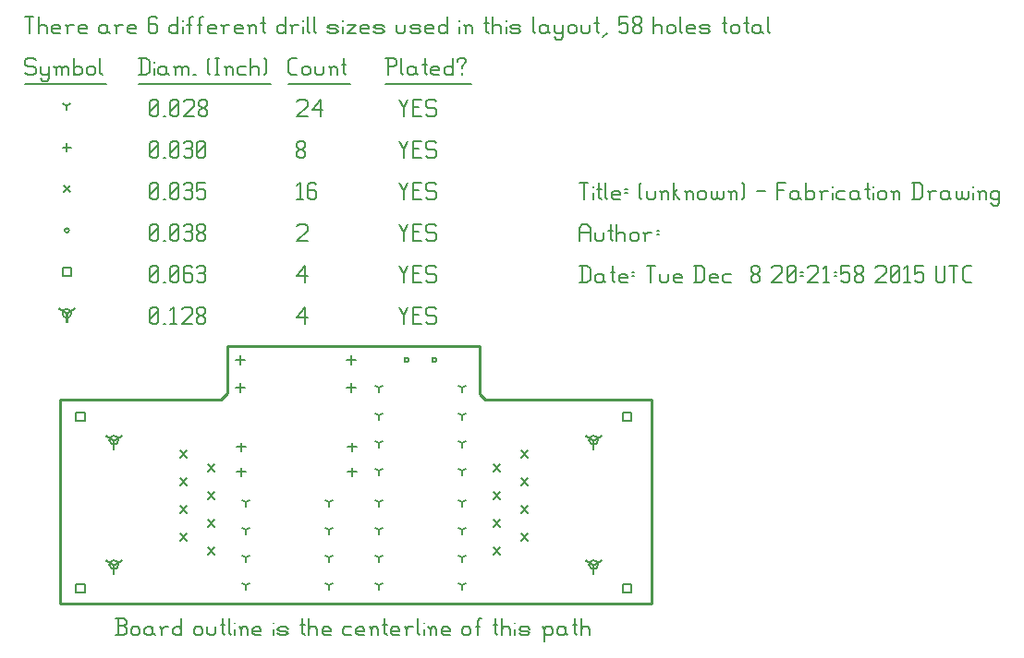
<source format=gbr>
G04 start of page 12 for group -3984 idx -3984 *
G04 Title: (unknown), fab *
G04 Creator: pcb 1.99z *
G04 CreationDate: Tue Dec  8 20:21:58 2015 UTC *
G04 For: commonadmin *
G04 Format: Gerber/RS-274X *
G04 PCB-Dimensions (mil): 2380.00 955.00 *
G04 PCB-Coordinate-Origin: lower left *
%MOIN*%
%FSLAX25Y25*%
%LNFAB*%
%ADD70C,0.0100*%
%ADD69C,0.0075*%
%ADD68C,0.0060*%
%ADD67C,0.0001*%
%ADD66R,0.0080X0.0080*%
G54D66*X31992Y60965D02*Y57765D01*
G54D67*G36*
X31446Y61111D02*X34912Y63111D01*
X35312Y62418D01*
X31846Y60418D01*
X31446Y61111D01*
G37*
G36*
X32139Y60418D02*X28672Y62418D01*
X29072Y63111D01*
X32538Y61111D01*
X32139Y60418D01*
G37*
G54D66*X30392Y60965D02*G75*G03X33592Y60965I1600J0D01*G01*
G75*G03X30392Y60965I-1600J0D01*G01*
X31992Y15965D02*Y12765D01*
G54D67*G36*
X31446Y16111D02*X34912Y18111D01*
X35312Y17418D01*
X31846Y15418D01*
X31446Y16111D01*
G37*
G36*
X32139Y15418D02*X28672Y17418D01*
X29072Y18111D01*
X32538Y16111D01*
X32139Y15418D01*
G37*
G54D66*X30392Y15965D02*G75*G03X33592Y15965I1600J0D01*G01*
G75*G03X30392Y15965I-1600J0D01*G01*
X204992Y60965D02*Y57765D01*
G54D67*G36*
X204446Y61111D02*X207912Y63111D01*
X208312Y62418D01*
X204846Y60418D01*
X204446Y61111D01*
G37*
G36*
X205139Y60418D02*X201672Y62418D01*
X202072Y63111D01*
X205538Y61111D01*
X205139Y60418D01*
G37*
G54D66*X203392Y60965D02*G75*G03X206592Y60965I1600J0D01*G01*
G75*G03X203392Y60965I-1600J0D01*G01*
X204992Y15965D02*Y12765D01*
G54D67*G36*
X204446Y16111D02*X207912Y18111D01*
X208312Y17418D01*
X204846Y15418D01*
X204446Y16111D01*
G37*
G36*
X205139Y15418D02*X201672Y17418D01*
X202072Y18111D01*
X205538Y16111D01*
X205139Y15418D01*
G37*
G54D66*X203392Y15965D02*G75*G03X206592Y15965I1600J0D01*G01*
G75*G03X203392Y15965I-1600J0D01*G01*
X15000Y106750D02*Y103550D01*
G54D67*G36*
X14454Y106897D02*X17920Y108896D01*
X18320Y108203D01*
X14853Y106204D01*
X14454Y106897D01*
G37*
G36*
X15147Y106204D02*X11680Y108203D01*
X12080Y108896D01*
X15546Y106897D01*
X15147Y106204D01*
G37*
G54D66*X13400Y106750D02*G75*G03X16600Y106750I1600J0D01*G01*
G75*G03X13400Y106750I-1600J0D01*G01*
G54D68*X135000Y109000D02*X136500Y106000D01*
X138000Y109000D01*
X136500Y106000D02*Y103000D01*
X139800Y106300D02*X142050D01*
X139800Y103000D02*X142800D01*
X139800Y109000D02*Y103000D01*
Y109000D02*X142800D01*
X147600D02*X148350Y108250D01*
X145350Y109000D02*X147600D01*
X144600Y108250D02*X145350Y109000D01*
X144600Y108250D02*Y106750D01*
X145350Y106000D01*
X147600D01*
X148350Y105250D01*
Y103750D01*
X147600Y103000D02*X148350Y103750D01*
X145350Y103000D02*X147600D01*
X144600Y103750D02*X145350Y103000D01*
X98000Y105250D02*X101000Y109000D01*
X98000Y105250D02*X101750D01*
X101000Y109000D02*Y103000D01*
X45000Y103750D02*X45750Y103000D01*
X45000Y108250D02*Y103750D01*
Y108250D02*X45750Y109000D01*
X47250D01*
X48000Y108250D01*
Y103750D01*
X47250Y103000D02*X48000Y103750D01*
X45750Y103000D02*X47250D01*
X45000Y104500D02*X48000Y107500D01*
X49800Y103000D02*X50550D01*
X52350Y107800D02*X53550Y109000D01*
Y103000D01*
X52350D02*X54600D01*
X56400Y108250D02*X57150Y109000D01*
X59400D01*
X60150Y108250D01*
Y106750D01*
X56400Y103000D02*X60150Y106750D01*
X56400Y103000D02*X60150D01*
X61950Y103750D02*X62700Y103000D01*
X61950Y104950D02*Y103750D01*
Y104950D02*X63000Y106000D01*
X63900D01*
X64950Y104950D01*
Y103750D01*
X64200Y103000D02*X64950Y103750D01*
X62700Y103000D02*X64200D01*
X61950Y107050D02*X63000Y106000D01*
X61950Y108250D02*Y107050D01*
Y108250D02*X62700Y109000D01*
X64200D01*
X64950Y108250D01*
Y107050D01*
X63900Y106000D02*X64950Y107050D01*
X18384Y71108D02*X21584D01*
X18384D02*Y67908D01*
X21584D01*
Y71108D02*Y67908D01*
X18384Y9100D02*X21584D01*
X18384D02*Y5900D01*
X21584D01*
Y9100D02*Y5900D01*
X215400Y71108D02*X218600D01*
X215400D02*Y67908D01*
X218600D01*
Y71108D02*Y67908D01*
X215400Y9100D02*X218600D01*
X215400D02*Y5900D01*
X218600D01*
Y9100D02*Y5900D01*
X13400Y123350D02*X16600D01*
X13400D02*Y120150D01*
X16600D01*
Y123350D02*Y120150D01*
X135000Y124000D02*X136500Y121000D01*
X138000Y124000D01*
X136500Y121000D02*Y118000D01*
X139800Y121300D02*X142050D01*
X139800Y118000D02*X142800D01*
X139800Y124000D02*Y118000D01*
Y124000D02*X142800D01*
X147600D02*X148350Y123250D01*
X145350Y124000D02*X147600D01*
X144600Y123250D02*X145350Y124000D01*
X144600Y123250D02*Y121750D01*
X145350Y121000D01*
X147600D01*
X148350Y120250D01*
Y118750D01*
X147600Y118000D02*X148350Y118750D01*
X145350Y118000D02*X147600D01*
X144600Y118750D02*X145350Y118000D01*
X98000Y120250D02*X101000Y124000D01*
X98000Y120250D02*X101750D01*
X101000Y124000D02*Y118000D01*
X45000Y118750D02*X45750Y118000D01*
X45000Y123250D02*Y118750D01*
Y123250D02*X45750Y124000D01*
X47250D01*
X48000Y123250D01*
Y118750D01*
X47250Y118000D02*X48000Y118750D01*
X45750Y118000D02*X47250D01*
X45000Y119500D02*X48000Y122500D01*
X49800Y118000D02*X50550D01*
X52350Y118750D02*X53100Y118000D01*
X52350Y123250D02*Y118750D01*
Y123250D02*X53100Y124000D01*
X54600D01*
X55350Y123250D01*
Y118750D01*
X54600Y118000D02*X55350Y118750D01*
X53100Y118000D02*X54600D01*
X52350Y119500D02*X55350Y122500D01*
X59400Y124000D02*X60150Y123250D01*
X57900Y124000D02*X59400D01*
X57150Y123250D02*X57900Y124000D01*
X57150Y123250D02*Y118750D01*
X57900Y118000D01*
X59400Y121300D02*X60150Y120550D01*
X57150Y121300D02*X59400D01*
X57900Y118000D02*X59400D01*
X60150Y118750D01*
Y120550D02*Y118750D01*
X61950Y123250D02*X62700Y124000D01*
X64200D01*
X64950Y123250D01*
X64200Y118000D02*X64950Y118750D01*
X62700Y118000D02*X64200D01*
X61950Y118750D02*X62700Y118000D01*
Y121300D02*X64200D01*
X64950Y123250D02*Y122050D01*
Y120550D02*Y118750D01*
Y120550D02*X64200Y121300D01*
X64950Y122050D02*X64200Y121300D01*
X146692Y89965D02*G75*G03X148292Y89965I800J0D01*G01*
G75*G03X146692Y89965I-800J0D01*G01*
X136692D02*G75*G03X138292Y89965I800J0D01*G01*
G75*G03X136692Y89965I-800J0D01*G01*
X14200Y136750D02*G75*G03X15800Y136750I800J0D01*G01*
G75*G03X14200Y136750I-800J0D01*G01*
X135000Y139000D02*X136500Y136000D01*
X138000Y139000D01*
X136500Y136000D02*Y133000D01*
X139800Y136300D02*X142050D01*
X139800Y133000D02*X142800D01*
X139800Y139000D02*Y133000D01*
Y139000D02*X142800D01*
X147600D02*X148350Y138250D01*
X145350Y139000D02*X147600D01*
X144600Y138250D02*X145350Y139000D01*
X144600Y138250D02*Y136750D01*
X145350Y136000D01*
X147600D01*
X148350Y135250D01*
Y133750D01*
X147600Y133000D02*X148350Y133750D01*
X145350Y133000D02*X147600D01*
X144600Y133750D02*X145350Y133000D01*
X98000Y138250D02*X98750Y139000D01*
X101000D01*
X101750Y138250D01*
Y136750D01*
X98000Y133000D02*X101750Y136750D01*
X98000Y133000D02*X101750D01*
X45000Y133750D02*X45750Y133000D01*
X45000Y138250D02*Y133750D01*
Y138250D02*X45750Y139000D01*
X47250D01*
X48000Y138250D01*
Y133750D01*
X47250Y133000D02*X48000Y133750D01*
X45750Y133000D02*X47250D01*
X45000Y134500D02*X48000Y137500D01*
X49800Y133000D02*X50550D01*
X52350Y133750D02*X53100Y133000D01*
X52350Y138250D02*Y133750D01*
Y138250D02*X53100Y139000D01*
X54600D01*
X55350Y138250D01*
Y133750D01*
X54600Y133000D02*X55350Y133750D01*
X53100Y133000D02*X54600D01*
X52350Y134500D02*X55350Y137500D01*
X57150Y138250D02*X57900Y139000D01*
X59400D01*
X60150Y138250D01*
X59400Y133000D02*X60150Y133750D01*
X57900Y133000D02*X59400D01*
X57150Y133750D02*X57900Y133000D01*
Y136300D02*X59400D01*
X60150Y138250D02*Y137050D01*
Y135550D02*Y133750D01*
Y135550D02*X59400Y136300D01*
X60150Y137050D02*X59400Y136300D01*
X61950Y133750D02*X62700Y133000D01*
X61950Y134950D02*Y133750D01*
Y134950D02*X63000Y136000D01*
X63900D01*
X64950Y134950D01*
Y133750D01*
X64200Y133000D02*X64950Y133750D01*
X62700Y133000D02*X64200D01*
X61950Y137050D02*X63000Y136000D01*
X61950Y138250D02*Y137050D01*
Y138250D02*X62700Y139000D01*
X64200D01*
X64950Y138250D01*
Y137050D01*
X63900Y136000D02*X64950Y137050D01*
X65792Y52165D02*X68192Y49765D01*
X65792D02*X68192Y52165D01*
X65792Y42165D02*X68192Y39765D01*
X65792D02*X68192Y42165D01*
X65792Y32165D02*X68192Y29765D01*
X65792D02*X68192Y32165D01*
X65792Y22165D02*X68192Y19765D01*
X65792D02*X68192Y22165D01*
X55792Y57165D02*X58192Y54765D01*
X55792D02*X58192Y57165D01*
X55792Y47165D02*X58192Y44765D01*
X55792D02*X58192Y47165D01*
X55792Y37165D02*X58192Y34765D01*
X55792D02*X58192Y37165D01*
X55792Y27165D02*X58192Y24765D01*
X55792D02*X58192Y27165D01*
X168792Y52165D02*X171192Y49765D01*
X168792D02*X171192Y52165D01*
X168792Y42165D02*X171192Y39765D01*
X168792D02*X171192Y42165D01*
X168792Y32165D02*X171192Y29765D01*
X168792D02*X171192Y32165D01*
X168792Y22165D02*X171192Y19765D01*
X168792D02*X171192Y22165D01*
X178792Y57165D02*X181192Y54765D01*
X178792D02*X181192Y57165D01*
X178792Y47165D02*X181192Y44765D01*
X178792D02*X181192Y47165D01*
X178792Y37165D02*X181192Y34765D01*
X178792D02*X181192Y37165D01*
X178792Y27165D02*X181192Y24765D01*
X178792D02*X181192Y27165D01*
X13800Y152950D02*X16200Y150550D01*
X13800D02*X16200Y152950D01*
X135000Y154000D02*X136500Y151000D01*
X138000Y154000D01*
X136500Y151000D02*Y148000D01*
X139800Y151300D02*X142050D01*
X139800Y148000D02*X142800D01*
X139800Y154000D02*Y148000D01*
Y154000D02*X142800D01*
X147600D02*X148350Y153250D01*
X145350Y154000D02*X147600D01*
X144600Y153250D02*X145350Y154000D01*
X144600Y153250D02*Y151750D01*
X145350Y151000D01*
X147600D01*
X148350Y150250D01*
Y148750D01*
X147600Y148000D02*X148350Y148750D01*
X145350Y148000D02*X147600D01*
X144600Y148750D02*X145350Y148000D01*
X98000Y152800D02*X99200Y154000D01*
Y148000D01*
X98000D02*X100250D01*
X104300Y154000D02*X105050Y153250D01*
X102800Y154000D02*X104300D01*
X102050Y153250D02*X102800Y154000D01*
X102050Y153250D02*Y148750D01*
X102800Y148000D01*
X104300Y151300D02*X105050Y150550D01*
X102050Y151300D02*X104300D01*
X102800Y148000D02*X104300D01*
X105050Y148750D01*
Y150550D02*Y148750D01*
X45000D02*X45750Y148000D01*
X45000Y153250D02*Y148750D01*
Y153250D02*X45750Y154000D01*
X47250D01*
X48000Y153250D01*
Y148750D01*
X47250Y148000D02*X48000Y148750D01*
X45750Y148000D02*X47250D01*
X45000Y149500D02*X48000Y152500D01*
X49800Y148000D02*X50550D01*
X52350Y148750D02*X53100Y148000D01*
X52350Y153250D02*Y148750D01*
Y153250D02*X53100Y154000D01*
X54600D01*
X55350Y153250D01*
Y148750D01*
X54600Y148000D02*X55350Y148750D01*
X53100Y148000D02*X54600D01*
X52350Y149500D02*X55350Y152500D01*
X57150Y153250D02*X57900Y154000D01*
X59400D01*
X60150Y153250D01*
X59400Y148000D02*X60150Y148750D01*
X57900Y148000D02*X59400D01*
X57150Y148750D02*X57900Y148000D01*
Y151300D02*X59400D01*
X60150Y153250D02*Y152050D01*
Y150550D02*Y148750D01*
Y150550D02*X59400Y151300D01*
X60150Y152050D02*X59400Y151300D01*
X61950Y154000D02*X64950D01*
X61950D02*Y151000D01*
X62700Y151750D01*
X64200D01*
X64950Y151000D01*
Y148750D01*
X64200Y148000D02*X64950Y148750D01*
X62700Y148000D02*X64200D01*
X61950Y148750D02*X62700Y148000D01*
X77992Y51065D02*Y47865D01*
X76392Y49465D02*X79592D01*
X117992Y51065D02*Y47865D01*
X116392Y49465D02*X119592D01*
X117492Y81565D02*Y78365D01*
X115892Y79965D02*X119092D01*
X77492Y81565D02*Y78365D01*
X75892Y79965D02*X79092D01*
X117492Y91565D02*Y88365D01*
X115892Y89965D02*X119092D01*
X77492Y91565D02*Y88365D01*
X75892Y89965D02*X79092D01*
X77992Y60065D02*Y56865D01*
X76392Y58465D02*X79592D01*
X117992Y60065D02*Y56865D01*
X116392Y58465D02*X119592D01*
X15000Y168350D02*Y165150D01*
X13400Y166750D02*X16600D01*
X135000Y169000D02*X136500Y166000D01*
X138000Y169000D01*
X136500Y166000D02*Y163000D01*
X139800Y166300D02*X142050D01*
X139800Y163000D02*X142800D01*
X139800Y169000D02*Y163000D01*
Y169000D02*X142800D01*
X147600D02*X148350Y168250D01*
X145350Y169000D02*X147600D01*
X144600Y168250D02*X145350Y169000D01*
X144600Y168250D02*Y166750D01*
X145350Y166000D01*
X147600D01*
X148350Y165250D01*
Y163750D01*
X147600Y163000D02*X148350Y163750D01*
X145350Y163000D02*X147600D01*
X144600Y163750D02*X145350Y163000D01*
X98000Y163750D02*X98750Y163000D01*
X98000Y164950D02*Y163750D01*
Y164950D02*X99050Y166000D01*
X99950D01*
X101000Y164950D01*
Y163750D01*
X100250Y163000D02*X101000Y163750D01*
X98750Y163000D02*X100250D01*
X98000Y167050D02*X99050Y166000D01*
X98000Y168250D02*Y167050D01*
Y168250D02*X98750Y169000D01*
X100250D01*
X101000Y168250D01*
Y167050D01*
X99950Y166000D02*X101000Y167050D01*
X45000Y163750D02*X45750Y163000D01*
X45000Y168250D02*Y163750D01*
Y168250D02*X45750Y169000D01*
X47250D01*
X48000Y168250D01*
Y163750D01*
X47250Y163000D02*X48000Y163750D01*
X45750Y163000D02*X47250D01*
X45000Y164500D02*X48000Y167500D01*
X49800Y163000D02*X50550D01*
X52350Y163750D02*X53100Y163000D01*
X52350Y168250D02*Y163750D01*
Y168250D02*X53100Y169000D01*
X54600D01*
X55350Y168250D01*
Y163750D01*
X54600Y163000D02*X55350Y163750D01*
X53100Y163000D02*X54600D01*
X52350Y164500D02*X55350Y167500D01*
X57150Y168250D02*X57900Y169000D01*
X59400D01*
X60150Y168250D01*
X59400Y163000D02*X60150Y163750D01*
X57900Y163000D02*X59400D01*
X57150Y163750D02*X57900Y163000D01*
Y166300D02*X59400D01*
X60150Y168250D02*Y167050D01*
Y165550D02*Y163750D01*
Y165550D02*X59400Y166300D01*
X60150Y167050D02*X59400Y166300D01*
X61950Y163750D02*X62700Y163000D01*
X61950Y168250D02*Y163750D01*
Y168250D02*X62700Y169000D01*
X64200D01*
X64950Y168250D01*
Y163750D01*
X64200Y163000D02*X64950Y163750D01*
X62700Y163000D02*X64200D01*
X61950Y164500D02*X64950Y167500D01*
X127492Y38465D02*Y36865D01*
Y38465D02*X128879Y39265D01*
X127492Y38465D02*X126105Y39265D01*
X127492Y28465D02*Y26865D01*
Y28465D02*X128879Y29265D01*
X127492Y28465D02*X126105Y29265D01*
X127492Y18465D02*Y16865D01*
Y18465D02*X128879Y19265D01*
X127492Y18465D02*X126105Y19265D01*
X127492Y8465D02*Y6865D01*
Y8465D02*X128879Y9265D01*
X127492Y8465D02*X126105Y9265D01*
X157492Y8465D02*Y6865D01*
Y8465D02*X158879Y9265D01*
X157492Y8465D02*X156105Y9265D01*
X157492Y18465D02*Y16865D01*
Y18465D02*X158879Y19265D01*
X157492Y18465D02*X156105Y19265D01*
X157492Y28465D02*Y26865D01*
Y28465D02*X158879Y29265D01*
X157492Y28465D02*X156105Y29265D01*
X157492Y38465D02*Y36865D01*
Y38465D02*X158879Y39265D01*
X157492Y38465D02*X156105Y39265D01*
X127492Y79965D02*Y78365D01*
Y79965D02*X128879Y80765D01*
X127492Y79965D02*X126105Y80765D01*
X127492Y69965D02*Y68365D01*
Y69965D02*X128879Y70765D01*
X127492Y69965D02*X126105Y70765D01*
X127492Y59965D02*Y58365D01*
Y59965D02*X128879Y60765D01*
X127492Y59965D02*X126105Y60765D01*
X127492Y49965D02*Y48365D01*
Y49965D02*X128879Y50765D01*
X127492Y49965D02*X126105Y50765D01*
X157492Y49965D02*Y48365D01*
Y49965D02*X158879Y50765D01*
X157492Y49965D02*X156105Y50765D01*
X157492Y59965D02*Y58365D01*
Y59965D02*X158879Y60765D01*
X157492Y59965D02*X156105Y60765D01*
X157492Y69965D02*Y68365D01*
Y69965D02*X158879Y70765D01*
X157492Y69965D02*X156105Y70765D01*
X157492Y79965D02*Y78365D01*
Y79965D02*X158879Y80765D01*
X157492Y79965D02*X156105Y80765D01*
X79492Y38465D02*Y36865D01*
Y38465D02*X80879Y39265D01*
X79492Y38465D02*X78105Y39265D01*
X79492Y28465D02*Y26865D01*
Y28465D02*X80879Y29265D01*
X79492Y28465D02*X78105Y29265D01*
X79492Y18465D02*Y16865D01*
Y18465D02*X80879Y19265D01*
X79492Y18465D02*X78105Y19265D01*
X79492Y8465D02*Y6865D01*
Y8465D02*X80879Y9265D01*
X79492Y8465D02*X78105Y9265D01*
X109492Y8465D02*Y6865D01*
Y8465D02*X110879Y9265D01*
X109492Y8465D02*X108105Y9265D01*
X109492Y18465D02*Y16865D01*
Y18465D02*X110879Y19265D01*
X109492Y18465D02*X108105Y19265D01*
X109492Y28465D02*Y26865D01*
Y28465D02*X110879Y29265D01*
X109492Y28465D02*X108105Y29265D01*
X109492Y38465D02*Y36865D01*
Y38465D02*X110879Y39265D01*
X109492Y38465D02*X108105Y39265D01*
X15000Y181750D02*Y180150D01*
Y181750D02*X16387Y182550D01*
X15000Y181750D02*X13613Y182550D01*
X135000Y184000D02*X136500Y181000D01*
X138000Y184000D01*
X136500Y181000D02*Y178000D01*
X139800Y181300D02*X142050D01*
X139800Y178000D02*X142800D01*
X139800Y184000D02*Y178000D01*
Y184000D02*X142800D01*
X147600D02*X148350Y183250D01*
X145350Y184000D02*X147600D01*
X144600Y183250D02*X145350Y184000D01*
X144600Y183250D02*Y181750D01*
X145350Y181000D01*
X147600D01*
X148350Y180250D01*
Y178750D01*
X147600Y178000D02*X148350Y178750D01*
X145350Y178000D02*X147600D01*
X144600Y178750D02*X145350Y178000D01*
X98000Y183250D02*X98750Y184000D01*
X101000D01*
X101750Y183250D01*
Y181750D01*
X98000Y178000D02*X101750Y181750D01*
X98000Y178000D02*X101750D01*
X103550Y180250D02*X106550Y184000D01*
X103550Y180250D02*X107300D01*
X106550Y184000D02*Y178000D01*
X45000Y178750D02*X45750Y178000D01*
X45000Y183250D02*Y178750D01*
Y183250D02*X45750Y184000D01*
X47250D01*
X48000Y183250D01*
Y178750D01*
X47250Y178000D02*X48000Y178750D01*
X45750Y178000D02*X47250D01*
X45000Y179500D02*X48000Y182500D01*
X49800Y178000D02*X50550D01*
X52350Y178750D02*X53100Y178000D01*
X52350Y183250D02*Y178750D01*
Y183250D02*X53100Y184000D01*
X54600D01*
X55350Y183250D01*
Y178750D01*
X54600Y178000D02*X55350Y178750D01*
X53100Y178000D02*X54600D01*
X52350Y179500D02*X55350Y182500D01*
X57150Y183250D02*X57900Y184000D01*
X60150D01*
X60900Y183250D01*
Y181750D01*
X57150Y178000D02*X60900Y181750D01*
X57150Y178000D02*X60900D01*
X62700Y178750D02*X63450Y178000D01*
X62700Y179950D02*Y178750D01*
Y179950D02*X63750Y181000D01*
X64650D01*
X65700Y179950D01*
Y178750D01*
X64950Y178000D02*X65700Y178750D01*
X63450Y178000D02*X64950D01*
X62700Y182050D02*X63750Y181000D01*
X62700Y183250D02*Y182050D01*
Y183250D02*X63450Y184000D01*
X64950D01*
X65700Y183250D01*
Y182050D01*
X64650Y181000D02*X65700Y182050D01*
X3000Y199000D02*X3750Y198250D01*
X750Y199000D02*X3000D01*
X0Y198250D02*X750Y199000D01*
X0Y198250D02*Y196750D01*
X750Y196000D01*
X3000D01*
X3750Y195250D01*
Y193750D01*
X3000Y193000D02*X3750Y193750D01*
X750Y193000D02*X3000D01*
X0Y193750D02*X750Y193000D01*
X5550Y196000D02*Y193750D01*
X6300Y193000D01*
X8550Y196000D02*Y191500D01*
X7800Y190750D02*X8550Y191500D01*
X6300Y190750D02*X7800D01*
X5550Y191500D02*X6300Y190750D01*
Y193000D02*X7800D01*
X8550Y193750D01*
X11100Y195250D02*Y193000D01*
Y195250D02*X11850Y196000D01*
X12600D01*
X13350Y195250D01*
Y193000D01*
Y195250D02*X14100Y196000D01*
X14850D01*
X15600Y195250D01*
Y193000D01*
X10350Y196000D02*X11100Y195250D01*
X17400Y199000D02*Y193000D01*
Y193750D02*X18150Y193000D01*
X19650D01*
X20400Y193750D01*
Y195250D02*Y193750D01*
X19650Y196000D02*X20400Y195250D01*
X18150Y196000D02*X19650D01*
X17400Y195250D02*X18150Y196000D01*
X22200Y195250D02*Y193750D01*
Y195250D02*X22950Y196000D01*
X24450D01*
X25200Y195250D01*
Y193750D01*
X24450Y193000D02*X25200Y193750D01*
X22950Y193000D02*X24450D01*
X22200Y193750D02*X22950Y193000D01*
X27000Y199000D02*Y193750D01*
X27750Y193000D01*
X0Y189750D02*X29250D01*
X41750Y199000D02*Y193000D01*
X43700Y199000D02*X44750Y197950D01*
Y194050D01*
X43700Y193000D02*X44750Y194050D01*
X41000Y193000D02*X43700D01*
X41000Y199000D02*X43700D01*
G54D69*X46550Y197500D02*Y197350D01*
G54D68*Y195250D02*Y193000D01*
X50300Y196000D02*X51050Y195250D01*
X48800Y196000D02*X50300D01*
X48050Y195250D02*X48800Y196000D01*
X48050Y195250D02*Y193750D01*
X48800Y193000D01*
X51050Y196000D02*Y193750D01*
X51800Y193000D01*
X48800D02*X50300D01*
X51050Y193750D01*
X54350Y195250D02*Y193000D01*
Y195250D02*X55100Y196000D01*
X55850D01*
X56600Y195250D01*
Y193000D01*
Y195250D02*X57350Y196000D01*
X58100D01*
X58850Y195250D01*
Y193000D01*
X53600Y196000D02*X54350Y195250D01*
X60650Y193000D02*X61400D01*
X65900Y193750D02*X66650Y193000D01*
X65900Y198250D02*X66650Y199000D01*
X65900Y198250D02*Y193750D01*
X68450Y199000D02*X69950D01*
X69200D02*Y193000D01*
X68450D02*X69950D01*
X72500Y195250D02*Y193000D01*
Y195250D02*X73250Y196000D01*
X74000D01*
X74750Y195250D01*
Y193000D01*
X71750Y196000D02*X72500Y195250D01*
X77300Y196000D02*X79550D01*
X76550Y195250D02*X77300Y196000D01*
X76550Y195250D02*Y193750D01*
X77300Y193000D01*
X79550D01*
X81350Y199000D02*Y193000D01*
Y195250D02*X82100Y196000D01*
X83600D01*
X84350Y195250D01*
Y193000D01*
X86150Y199000D02*X86900Y198250D01*
Y193750D01*
X86150Y193000D02*X86900Y193750D01*
X41000Y189750D02*X88700D01*
X96050Y193000D02*X98000D01*
X95000Y194050D02*X96050Y193000D01*
X95000Y197950D02*Y194050D01*
Y197950D02*X96050Y199000D01*
X98000D01*
X99800Y195250D02*Y193750D01*
Y195250D02*X100550Y196000D01*
X102050D01*
X102800Y195250D01*
Y193750D01*
X102050Y193000D02*X102800Y193750D01*
X100550Y193000D02*X102050D01*
X99800Y193750D02*X100550Y193000D01*
X104600Y196000D02*Y193750D01*
X105350Y193000D01*
X106850D01*
X107600Y193750D01*
Y196000D02*Y193750D01*
X110150Y195250D02*Y193000D01*
Y195250D02*X110900Y196000D01*
X111650D01*
X112400Y195250D01*
Y193000D01*
X109400Y196000D02*X110150Y195250D01*
X114950Y199000D02*Y193750D01*
X115700Y193000D01*
X114200Y196750D02*X115700D01*
X95000Y189750D02*X117200D01*
X130750Y199000D02*Y193000D01*
X130000Y199000D02*X133000D01*
X133750Y198250D01*
Y196750D01*
X133000Y196000D02*X133750Y196750D01*
X130750Y196000D02*X133000D01*
X135550Y199000D02*Y193750D01*
X136300Y193000D01*
X140050Y196000D02*X140800Y195250D01*
X138550Y196000D02*X140050D01*
X137800Y195250D02*X138550Y196000D01*
X137800Y195250D02*Y193750D01*
X138550Y193000D01*
X140800Y196000D02*Y193750D01*
X141550Y193000D01*
X138550D02*X140050D01*
X140800Y193750D01*
X144100Y199000D02*Y193750D01*
X144850Y193000D01*
X143350Y196750D02*X144850D01*
X147100Y193000D02*X149350D01*
X146350Y193750D02*X147100Y193000D01*
X146350Y195250D02*Y193750D01*
Y195250D02*X147100Y196000D01*
X148600D01*
X149350Y195250D01*
X146350Y194500D02*X149350D01*
Y195250D02*Y194500D01*
X154150Y199000D02*Y193000D01*
X153400D02*X154150Y193750D01*
X151900Y193000D02*X153400D01*
X151150Y193750D02*X151900Y193000D01*
X151150Y195250D02*Y193750D01*
Y195250D02*X151900Y196000D01*
X153400D01*
X154150Y195250D01*
X157450Y196000D02*Y195250D01*
Y193750D02*Y193000D01*
X155950Y198250D02*Y197500D01*
Y198250D02*X156700Y199000D01*
X158200D01*
X158950Y198250D01*
Y197500D01*
X157450Y196000D02*X158950Y197500D01*
X130000Y189750D02*X160750D01*
X0Y214000D02*X3000D01*
X1500D02*Y208000D01*
X4800Y214000D02*Y208000D01*
Y210250D02*X5550Y211000D01*
X7050D01*
X7800Y210250D01*
Y208000D01*
X10350D02*X12600D01*
X9600Y208750D02*X10350Y208000D01*
X9600Y210250D02*Y208750D01*
Y210250D02*X10350Y211000D01*
X11850D01*
X12600Y210250D01*
X9600Y209500D02*X12600D01*
Y210250D02*Y209500D01*
X15150Y210250D02*Y208000D01*
Y210250D02*X15900Y211000D01*
X17400D01*
X14400D02*X15150Y210250D01*
X19950Y208000D02*X22200D01*
X19200Y208750D02*X19950Y208000D01*
X19200Y210250D02*Y208750D01*
Y210250D02*X19950Y211000D01*
X21450D01*
X22200Y210250D01*
X19200Y209500D02*X22200D01*
Y210250D02*Y209500D01*
X28950Y211000D02*X29700Y210250D01*
X27450Y211000D02*X28950D01*
X26700Y210250D02*X27450Y211000D01*
X26700Y210250D02*Y208750D01*
X27450Y208000D01*
X29700Y211000D02*Y208750D01*
X30450Y208000D01*
X27450D02*X28950D01*
X29700Y208750D01*
X33000Y210250D02*Y208000D01*
Y210250D02*X33750Y211000D01*
X35250D01*
X32250D02*X33000Y210250D01*
X37800Y208000D02*X40050D01*
X37050Y208750D02*X37800Y208000D01*
X37050Y210250D02*Y208750D01*
Y210250D02*X37800Y211000D01*
X39300D01*
X40050Y210250D01*
X37050Y209500D02*X40050D01*
Y210250D02*Y209500D01*
X46800Y214000D02*X47550Y213250D01*
X45300Y214000D02*X46800D01*
X44550Y213250D02*X45300Y214000D01*
X44550Y213250D02*Y208750D01*
X45300Y208000D01*
X46800Y211300D02*X47550Y210550D01*
X44550Y211300D02*X46800D01*
X45300Y208000D02*X46800D01*
X47550Y208750D01*
Y210550D02*Y208750D01*
X55050Y214000D02*Y208000D01*
X54300D02*X55050Y208750D01*
X52800Y208000D02*X54300D01*
X52050Y208750D02*X52800Y208000D01*
X52050Y210250D02*Y208750D01*
Y210250D02*X52800Y211000D01*
X54300D01*
X55050Y210250D01*
G54D69*X56850Y212500D02*Y212350D01*
G54D68*Y210250D02*Y208000D01*
X59100Y213250D02*Y208000D01*
Y213250D02*X59850Y214000D01*
X60600D01*
X58350Y211000D02*X59850D01*
X62850Y213250D02*Y208000D01*
Y213250D02*X63600Y214000D01*
X64350D01*
X62100Y211000D02*X63600D01*
X66600Y208000D02*X68850D01*
X65850Y208750D02*X66600Y208000D01*
X65850Y210250D02*Y208750D01*
Y210250D02*X66600Y211000D01*
X68100D01*
X68850Y210250D01*
X65850Y209500D02*X68850D01*
Y210250D02*Y209500D01*
X71400Y210250D02*Y208000D01*
Y210250D02*X72150Y211000D01*
X73650D01*
X70650D02*X71400Y210250D01*
X76200Y208000D02*X78450D01*
X75450Y208750D02*X76200Y208000D01*
X75450Y210250D02*Y208750D01*
Y210250D02*X76200Y211000D01*
X77700D01*
X78450Y210250D01*
X75450Y209500D02*X78450D01*
Y210250D02*Y209500D01*
X81000Y210250D02*Y208000D01*
Y210250D02*X81750Y211000D01*
X82500D01*
X83250Y210250D01*
Y208000D01*
X80250Y211000D02*X81000Y210250D01*
X85800Y214000D02*Y208750D01*
X86550Y208000D01*
X85050Y211750D02*X86550D01*
X93750Y214000D02*Y208000D01*
X93000D02*X93750Y208750D01*
X91500Y208000D02*X93000D01*
X90750Y208750D02*X91500Y208000D01*
X90750Y210250D02*Y208750D01*
Y210250D02*X91500Y211000D01*
X93000D01*
X93750Y210250D01*
X96300D02*Y208000D01*
Y210250D02*X97050Y211000D01*
X98550D01*
X95550D02*X96300Y210250D01*
G54D69*X100350Y212500D02*Y212350D01*
G54D68*Y210250D02*Y208000D01*
X101850Y214000D02*Y208750D01*
X102600Y208000D01*
X104100Y214000D02*Y208750D01*
X104850Y208000D01*
X109800D02*X112050D01*
X112800Y208750D01*
X112050Y209500D02*X112800Y208750D01*
X109800Y209500D02*X112050D01*
X109050Y210250D02*X109800Y209500D01*
X109050Y210250D02*X109800Y211000D01*
X112050D01*
X112800Y210250D01*
X109050Y208750D02*X109800Y208000D01*
G54D69*X114600Y212500D02*Y212350D01*
G54D68*Y210250D02*Y208000D01*
X116100Y211000D02*X119100D01*
X116100Y208000D02*X119100Y211000D01*
X116100Y208000D02*X119100D01*
X121650D02*X123900D01*
X120900Y208750D02*X121650Y208000D01*
X120900Y210250D02*Y208750D01*
Y210250D02*X121650Y211000D01*
X123150D01*
X123900Y210250D01*
X120900Y209500D02*X123900D01*
Y210250D02*Y209500D01*
X126450Y208000D02*X128700D01*
X129450Y208750D01*
X128700Y209500D02*X129450Y208750D01*
X126450Y209500D02*X128700D01*
X125700Y210250D02*X126450Y209500D01*
X125700Y210250D02*X126450Y211000D01*
X128700D01*
X129450Y210250D01*
X125700Y208750D02*X126450Y208000D01*
X133950Y211000D02*Y208750D01*
X134700Y208000D01*
X136200D01*
X136950Y208750D01*
Y211000D02*Y208750D01*
X139500Y208000D02*X141750D01*
X142500Y208750D01*
X141750Y209500D02*X142500Y208750D01*
X139500Y209500D02*X141750D01*
X138750Y210250D02*X139500Y209500D01*
X138750Y210250D02*X139500Y211000D01*
X141750D01*
X142500Y210250D01*
X138750Y208750D02*X139500Y208000D01*
X145050D02*X147300D01*
X144300Y208750D02*X145050Y208000D01*
X144300Y210250D02*Y208750D01*
Y210250D02*X145050Y211000D01*
X146550D01*
X147300Y210250D01*
X144300Y209500D02*X147300D01*
Y210250D02*Y209500D01*
X152100Y214000D02*Y208000D01*
X151350D02*X152100Y208750D01*
X149850Y208000D02*X151350D01*
X149100Y208750D02*X149850Y208000D01*
X149100Y210250D02*Y208750D01*
Y210250D02*X149850Y211000D01*
X151350D01*
X152100Y210250D01*
G54D69*X156600Y212500D02*Y212350D01*
G54D68*Y210250D02*Y208000D01*
X158850Y210250D02*Y208000D01*
Y210250D02*X159600Y211000D01*
X160350D01*
X161100Y210250D01*
Y208000D01*
X158100Y211000D02*X158850Y210250D01*
X166350Y214000D02*Y208750D01*
X167100Y208000D01*
X165600Y211750D02*X167100D01*
X168600Y214000D02*Y208000D01*
Y210250D02*X169350Y211000D01*
X170850D01*
X171600Y210250D01*
Y208000D01*
G54D69*X173400Y212500D02*Y212350D01*
G54D68*Y210250D02*Y208000D01*
X175650D02*X177900D01*
X178650Y208750D01*
X177900Y209500D02*X178650Y208750D01*
X175650Y209500D02*X177900D01*
X174900Y210250D02*X175650Y209500D01*
X174900Y210250D02*X175650Y211000D01*
X177900D01*
X178650Y210250D01*
X174900Y208750D02*X175650Y208000D01*
X183150Y214000D02*Y208750D01*
X183900Y208000D01*
X187650Y211000D02*X188400Y210250D01*
X186150Y211000D02*X187650D01*
X185400Y210250D02*X186150Y211000D01*
X185400Y210250D02*Y208750D01*
X186150Y208000D01*
X188400Y211000D02*Y208750D01*
X189150Y208000D01*
X186150D02*X187650D01*
X188400Y208750D01*
X190950Y211000D02*Y208750D01*
X191700Y208000D01*
X193950Y211000D02*Y206500D01*
X193200Y205750D02*X193950Y206500D01*
X191700Y205750D02*X193200D01*
X190950Y206500D02*X191700Y205750D01*
Y208000D02*X193200D01*
X193950Y208750D01*
X195750Y210250D02*Y208750D01*
Y210250D02*X196500Y211000D01*
X198000D01*
X198750Y210250D01*
Y208750D01*
X198000Y208000D02*X198750Y208750D01*
X196500Y208000D02*X198000D01*
X195750Y208750D02*X196500Y208000D01*
X200550Y211000D02*Y208750D01*
X201300Y208000D01*
X202800D01*
X203550Y208750D01*
Y211000D02*Y208750D01*
X206100Y214000D02*Y208750D01*
X206850Y208000D01*
X205350Y211750D02*X206850D01*
X208350Y206500D02*X209850Y208000D01*
X214350Y214000D02*X217350D01*
X214350D02*Y211000D01*
X215100Y211750D01*
X216600D01*
X217350Y211000D01*
Y208750D01*
X216600Y208000D02*X217350Y208750D01*
X215100Y208000D02*X216600D01*
X214350Y208750D02*X215100Y208000D01*
X219150Y208750D02*X219900Y208000D01*
X219150Y209950D02*Y208750D01*
Y209950D02*X220200Y211000D01*
X221100D01*
X222150Y209950D01*
Y208750D01*
X221400Y208000D02*X222150Y208750D01*
X219900Y208000D02*X221400D01*
X219150Y212050D02*X220200Y211000D01*
X219150Y213250D02*Y212050D01*
Y213250D02*X219900Y214000D01*
X221400D01*
X222150Y213250D01*
Y212050D01*
X221100Y211000D02*X222150Y212050D01*
X226650Y214000D02*Y208000D01*
Y210250D02*X227400Y211000D01*
X228900D01*
X229650Y210250D01*
Y208000D01*
X231450Y210250D02*Y208750D01*
Y210250D02*X232200Y211000D01*
X233700D01*
X234450Y210250D01*
Y208750D01*
X233700Y208000D02*X234450Y208750D01*
X232200Y208000D02*X233700D01*
X231450Y208750D02*X232200Y208000D01*
X236250Y214000D02*Y208750D01*
X237000Y208000D01*
X239250D02*X241500D01*
X238500Y208750D02*X239250Y208000D01*
X238500Y210250D02*Y208750D01*
Y210250D02*X239250Y211000D01*
X240750D01*
X241500Y210250D01*
X238500Y209500D02*X241500D01*
Y210250D02*Y209500D01*
X244050Y208000D02*X246300D01*
X247050Y208750D01*
X246300Y209500D02*X247050Y208750D01*
X244050Y209500D02*X246300D01*
X243300Y210250D02*X244050Y209500D01*
X243300Y210250D02*X244050Y211000D01*
X246300D01*
X247050Y210250D01*
X243300Y208750D02*X244050Y208000D01*
X252300Y214000D02*Y208750D01*
X253050Y208000D01*
X251550Y211750D02*X253050D01*
X254550Y210250D02*Y208750D01*
Y210250D02*X255300Y211000D01*
X256800D01*
X257550Y210250D01*
Y208750D01*
X256800Y208000D02*X257550Y208750D01*
X255300Y208000D02*X256800D01*
X254550Y208750D02*X255300Y208000D01*
X260100Y214000D02*Y208750D01*
X260850Y208000D01*
X259350Y211750D02*X260850D01*
X264600Y211000D02*X265350Y210250D01*
X263100Y211000D02*X264600D01*
X262350Y210250D02*X263100Y211000D01*
X262350Y210250D02*Y208750D01*
X263100Y208000D01*
X265350Y211000D02*Y208750D01*
X266100Y208000D01*
X263100D02*X264600D01*
X265350Y208750D01*
X267900Y214000D02*Y208750D01*
X268650Y208000D01*
G54D70*X12492Y1965D02*X225992D01*
Y75465D01*
X165992D02*X163992Y77465D01*
Y94965D01*
X72992D01*
Y77965D01*
X70492Y75465D01*
X12492D01*
Y1965D01*
X225992Y75465D02*X165992D01*
G54D68*X32675Y-9500D02*X35675D01*
X36425Y-8750D01*
Y-6950D02*Y-8750D01*
X35675Y-6200D02*X36425Y-6950D01*
X33425Y-6200D02*X35675D01*
X33425Y-3500D02*Y-9500D01*
X32675Y-3500D02*X35675D01*
X36425Y-4250D01*
Y-5450D01*
X35675Y-6200D02*X36425Y-5450D01*
X38225Y-7250D02*Y-8750D01*
Y-7250D02*X38975Y-6500D01*
X40475D01*
X41225Y-7250D01*
Y-8750D01*
X40475Y-9500D02*X41225Y-8750D01*
X38975Y-9500D02*X40475D01*
X38225Y-8750D02*X38975Y-9500D01*
X45275Y-6500D02*X46025Y-7250D01*
X43775Y-6500D02*X45275D01*
X43025Y-7250D02*X43775Y-6500D01*
X43025Y-7250D02*Y-8750D01*
X43775Y-9500D01*
X46025Y-6500D02*Y-8750D01*
X46775Y-9500D01*
X43775D02*X45275D01*
X46025Y-8750D01*
X49325Y-7250D02*Y-9500D01*
Y-7250D02*X50075Y-6500D01*
X51575D01*
X48575D02*X49325Y-7250D01*
X56375Y-3500D02*Y-9500D01*
X55625D02*X56375Y-8750D01*
X54125Y-9500D02*X55625D01*
X53375Y-8750D02*X54125Y-9500D01*
X53375Y-7250D02*Y-8750D01*
Y-7250D02*X54125Y-6500D01*
X55625D01*
X56375Y-7250D01*
X60875D02*Y-8750D01*
Y-7250D02*X61625Y-6500D01*
X63125D01*
X63875Y-7250D01*
Y-8750D01*
X63125Y-9500D02*X63875Y-8750D01*
X61625Y-9500D02*X63125D01*
X60875Y-8750D02*X61625Y-9500D01*
X65675Y-6500D02*Y-8750D01*
X66425Y-9500D01*
X67925D01*
X68675Y-8750D01*
Y-6500D02*Y-8750D01*
X71225Y-3500D02*Y-8750D01*
X71975Y-9500D01*
X70475Y-5750D02*X71975D01*
X73475Y-3500D02*Y-8750D01*
X74225Y-9500D01*
G54D69*X75725Y-5000D02*Y-5150D01*
G54D68*Y-7250D02*Y-9500D01*
X77975Y-7250D02*Y-9500D01*
Y-7250D02*X78725Y-6500D01*
X79475D01*
X80225Y-7250D01*
Y-9500D01*
X77225Y-6500D02*X77975Y-7250D01*
X82775Y-9500D02*X85025D01*
X82025Y-8750D02*X82775Y-9500D01*
X82025Y-7250D02*Y-8750D01*
Y-7250D02*X82775Y-6500D01*
X84275D01*
X85025Y-7250D01*
X82025Y-8000D02*X85025D01*
Y-7250D02*Y-8000D01*
G54D69*X89525Y-5000D02*Y-5150D01*
G54D68*Y-7250D02*Y-9500D01*
X91775D02*X94025D01*
X94775Y-8750D01*
X94025Y-8000D02*X94775Y-8750D01*
X91775Y-8000D02*X94025D01*
X91025Y-7250D02*X91775Y-8000D01*
X91025Y-7250D02*X91775Y-6500D01*
X94025D01*
X94775Y-7250D01*
X91025Y-8750D02*X91775Y-9500D01*
X100025Y-3500D02*Y-8750D01*
X100775Y-9500D01*
X99275Y-5750D02*X100775D01*
X102275Y-3500D02*Y-9500D01*
Y-7250D02*X103025Y-6500D01*
X104525D01*
X105275Y-7250D01*
Y-9500D01*
X107825D02*X110075D01*
X107075Y-8750D02*X107825Y-9500D01*
X107075Y-7250D02*Y-8750D01*
Y-7250D02*X107825Y-6500D01*
X109325D01*
X110075Y-7250D01*
X107075Y-8000D02*X110075D01*
Y-7250D02*Y-8000D01*
X115325Y-6500D02*X117575D01*
X114575Y-7250D02*X115325Y-6500D01*
X114575Y-7250D02*Y-8750D01*
X115325Y-9500D01*
X117575D01*
X120125D02*X122375D01*
X119375Y-8750D02*X120125Y-9500D01*
X119375Y-7250D02*Y-8750D01*
Y-7250D02*X120125Y-6500D01*
X121625D01*
X122375Y-7250D01*
X119375Y-8000D02*X122375D01*
Y-7250D02*Y-8000D01*
X124925Y-7250D02*Y-9500D01*
Y-7250D02*X125675Y-6500D01*
X126425D01*
X127175Y-7250D01*
Y-9500D01*
X124175Y-6500D02*X124925Y-7250D01*
X129725Y-3500D02*Y-8750D01*
X130475Y-9500D01*
X128975Y-5750D02*X130475D01*
X132725Y-9500D02*X134975D01*
X131975Y-8750D02*X132725Y-9500D01*
X131975Y-7250D02*Y-8750D01*
Y-7250D02*X132725Y-6500D01*
X134225D01*
X134975Y-7250D01*
X131975Y-8000D02*X134975D01*
Y-7250D02*Y-8000D01*
X137525Y-7250D02*Y-9500D01*
Y-7250D02*X138275Y-6500D01*
X139775D01*
X136775D02*X137525Y-7250D01*
X141575Y-3500D02*Y-8750D01*
X142325Y-9500D01*
G54D69*X143825Y-5000D02*Y-5150D01*
G54D68*Y-7250D02*Y-9500D01*
X146075Y-7250D02*Y-9500D01*
Y-7250D02*X146825Y-6500D01*
X147575D01*
X148325Y-7250D01*
Y-9500D01*
X145325Y-6500D02*X146075Y-7250D01*
X150875Y-9500D02*X153125D01*
X150125Y-8750D02*X150875Y-9500D01*
X150125Y-7250D02*Y-8750D01*
Y-7250D02*X150875Y-6500D01*
X152375D01*
X153125Y-7250D01*
X150125Y-8000D02*X153125D01*
Y-7250D02*Y-8000D01*
X157625Y-7250D02*Y-8750D01*
Y-7250D02*X158375Y-6500D01*
X159875D01*
X160625Y-7250D01*
Y-8750D01*
X159875Y-9500D02*X160625Y-8750D01*
X158375Y-9500D02*X159875D01*
X157625Y-8750D02*X158375Y-9500D01*
X163175Y-4250D02*Y-9500D01*
Y-4250D02*X163925Y-3500D01*
X164675D01*
X162425Y-6500D02*X163925D01*
X169625Y-3500D02*Y-8750D01*
X170375Y-9500D01*
X168875Y-5750D02*X170375D01*
X171875Y-3500D02*Y-9500D01*
Y-7250D02*X172625Y-6500D01*
X174125D01*
X174875Y-7250D01*
Y-9500D01*
G54D69*X176675Y-5000D02*Y-5150D01*
G54D68*Y-7250D02*Y-9500D01*
X178925D02*X181175D01*
X181925Y-8750D01*
X181175Y-8000D02*X181925Y-8750D01*
X178925Y-8000D02*X181175D01*
X178175Y-7250D02*X178925Y-8000D01*
X178175Y-7250D02*X178925Y-6500D01*
X181175D01*
X181925Y-7250D01*
X178175Y-8750D02*X178925Y-9500D01*
X187175Y-7250D02*Y-11750D01*
X186425Y-6500D02*X187175Y-7250D01*
X187925Y-6500D01*
X189425D01*
X190175Y-7250D01*
Y-8750D01*
X189425Y-9500D02*X190175Y-8750D01*
X187925Y-9500D02*X189425D01*
X187175Y-8750D02*X187925Y-9500D01*
X194225Y-6500D02*X194975Y-7250D01*
X192725Y-6500D02*X194225D01*
X191975Y-7250D02*X192725Y-6500D01*
X191975Y-7250D02*Y-8750D01*
X192725Y-9500D01*
X194975Y-6500D02*Y-8750D01*
X195725Y-9500D01*
X192725D02*X194225D01*
X194975Y-8750D01*
X198275Y-3500D02*Y-8750D01*
X199025Y-9500D01*
X197525Y-5750D02*X199025D01*
X200525Y-3500D02*Y-9500D01*
Y-7250D02*X201275Y-6500D01*
X202775D01*
X203525Y-7250D01*
Y-9500D01*
X200750Y124000D02*Y118000D01*
X202700Y124000D02*X203750Y122950D01*
Y119050D01*
X202700Y118000D02*X203750Y119050D01*
X200000Y118000D02*X202700D01*
X200000Y124000D02*X202700D01*
X207800Y121000D02*X208550Y120250D01*
X206300Y121000D02*X207800D01*
X205550Y120250D02*X206300Y121000D01*
X205550Y120250D02*Y118750D01*
X206300Y118000D01*
X208550Y121000D02*Y118750D01*
X209300Y118000D01*
X206300D02*X207800D01*
X208550Y118750D01*
X211850Y124000D02*Y118750D01*
X212600Y118000D01*
X211100Y121750D02*X212600D01*
X214850Y118000D02*X217100D01*
X214100Y118750D02*X214850Y118000D01*
X214100Y120250D02*Y118750D01*
Y120250D02*X214850Y121000D01*
X216350D01*
X217100Y120250D01*
X214100Y119500D02*X217100D01*
Y120250D02*Y119500D01*
X218900Y121750D02*X219650D01*
X218900Y120250D02*X219650D01*
X224150Y124000D02*X227150D01*
X225650D02*Y118000D01*
X228950Y121000D02*Y118750D01*
X229700Y118000D01*
X231200D01*
X231950Y118750D01*
Y121000D02*Y118750D01*
X234500Y118000D02*X236750D01*
X233750Y118750D02*X234500Y118000D01*
X233750Y120250D02*Y118750D01*
Y120250D02*X234500Y121000D01*
X236000D01*
X236750Y120250D01*
X233750Y119500D02*X236750D01*
Y120250D02*Y119500D01*
X242000Y124000D02*Y118000D01*
X243950Y124000D02*X245000Y122950D01*
Y119050D01*
X243950Y118000D02*X245000Y119050D01*
X241250Y118000D02*X243950D01*
X241250Y124000D02*X243950D01*
X247550Y118000D02*X249800D01*
X246800Y118750D02*X247550Y118000D01*
X246800Y120250D02*Y118750D01*
Y120250D02*X247550Y121000D01*
X249050D01*
X249800Y120250D01*
X246800Y119500D02*X249800D01*
Y120250D02*Y119500D01*
X252350Y121000D02*X254600D01*
X251600Y120250D02*X252350Y121000D01*
X251600Y120250D02*Y118750D01*
X252350Y118000D01*
X254600D01*
X261800Y118750D02*X262550Y118000D01*
X261800Y119950D02*Y118750D01*
Y119950D02*X262850Y121000D01*
X263750D01*
X264800Y119950D01*
Y118750D01*
X264050Y118000D02*X264800Y118750D01*
X262550Y118000D02*X264050D01*
X261800Y122050D02*X262850Y121000D01*
X261800Y123250D02*Y122050D01*
Y123250D02*X262550Y124000D01*
X264050D01*
X264800Y123250D01*
Y122050D01*
X263750Y121000D02*X264800Y122050D01*
X269300Y123250D02*X270050Y124000D01*
X272300D01*
X273050Y123250D01*
Y121750D01*
X269300Y118000D02*X273050Y121750D01*
X269300Y118000D02*X273050D01*
X274850Y118750D02*X275600Y118000D01*
X274850Y123250D02*Y118750D01*
Y123250D02*X275600Y124000D01*
X277100D01*
X277850Y123250D01*
Y118750D01*
X277100Y118000D02*X277850Y118750D01*
X275600Y118000D02*X277100D01*
X274850Y119500D02*X277850Y122500D01*
X279650Y121750D02*X280400D01*
X279650Y120250D02*X280400D01*
X282200Y123250D02*X282950Y124000D01*
X285200D01*
X285950Y123250D01*
Y121750D01*
X282200Y118000D02*X285950Y121750D01*
X282200Y118000D02*X285950D01*
X287750Y122800D02*X288950Y124000D01*
Y118000D01*
X287750D02*X290000D01*
X291800Y121750D02*X292550D01*
X291800Y120250D02*X292550D01*
X294350Y124000D02*X297350D01*
X294350D02*Y121000D01*
X295100Y121750D01*
X296600D01*
X297350Y121000D01*
Y118750D01*
X296600Y118000D02*X297350Y118750D01*
X295100Y118000D02*X296600D01*
X294350Y118750D02*X295100Y118000D01*
X299150Y118750D02*X299900Y118000D01*
X299150Y119950D02*Y118750D01*
Y119950D02*X300200Y121000D01*
X301100D01*
X302150Y119950D01*
Y118750D01*
X301400Y118000D02*X302150Y118750D01*
X299900Y118000D02*X301400D01*
X299150Y122050D02*X300200Y121000D01*
X299150Y123250D02*Y122050D01*
Y123250D02*X299900Y124000D01*
X301400D01*
X302150Y123250D01*
Y122050D01*
X301100Y121000D02*X302150Y122050D01*
X306650Y123250D02*X307400Y124000D01*
X309650D01*
X310400Y123250D01*
Y121750D01*
X306650Y118000D02*X310400Y121750D01*
X306650Y118000D02*X310400D01*
X312200Y118750D02*X312950Y118000D01*
X312200Y123250D02*Y118750D01*
Y123250D02*X312950Y124000D01*
X314450D01*
X315200Y123250D01*
Y118750D01*
X314450Y118000D02*X315200Y118750D01*
X312950Y118000D02*X314450D01*
X312200Y119500D02*X315200Y122500D01*
X317000Y122800D02*X318200Y124000D01*
Y118000D01*
X317000D02*X319250D01*
X321050Y124000D02*X324050D01*
X321050D02*Y121000D01*
X321800Y121750D01*
X323300D01*
X324050Y121000D01*
Y118750D01*
X323300Y118000D02*X324050Y118750D01*
X321800Y118000D02*X323300D01*
X321050Y118750D02*X321800Y118000D01*
X328550Y124000D02*Y118750D01*
X329300Y118000D01*
X330800D01*
X331550Y118750D01*
Y124000D02*Y118750D01*
X333350Y124000D02*X336350D01*
X334850D02*Y118000D01*
X339200D02*X341150D01*
X338150Y119050D02*X339200Y118000D01*
X338150Y122950D02*Y119050D01*
Y122950D02*X339200Y124000D01*
X341150D01*
X200000Y137500D02*Y133000D01*
Y137500D02*X201050Y139000D01*
X202700D01*
X203750Y137500D01*
Y133000D01*
X200000Y136000D02*X203750D01*
X205550D02*Y133750D01*
X206300Y133000D01*
X207800D01*
X208550Y133750D01*
Y136000D02*Y133750D01*
X211100Y139000D02*Y133750D01*
X211850Y133000D01*
X210350Y136750D02*X211850D01*
X213350Y139000D02*Y133000D01*
Y135250D02*X214100Y136000D01*
X215600D01*
X216350Y135250D01*
Y133000D01*
X218150Y135250D02*Y133750D01*
Y135250D02*X218900Y136000D01*
X220400D01*
X221150Y135250D01*
Y133750D01*
X220400Y133000D02*X221150Y133750D01*
X218900Y133000D02*X220400D01*
X218150Y133750D02*X218900Y133000D01*
X223700Y135250D02*Y133000D01*
Y135250D02*X224450Y136000D01*
X225950D01*
X222950D02*X223700Y135250D01*
X227750Y136750D02*X228500D01*
X227750Y135250D02*X228500D01*
X200000Y154000D02*X203000D01*
X201500D02*Y148000D01*
G54D69*X204800Y152500D02*Y152350D01*
G54D68*Y150250D02*Y148000D01*
X207050Y154000D02*Y148750D01*
X207800Y148000D01*
X206300Y151750D02*X207800D01*
X209300Y154000D02*Y148750D01*
X210050Y148000D01*
X212300D02*X214550D01*
X211550Y148750D02*X212300Y148000D01*
X211550Y150250D02*Y148750D01*
Y150250D02*X212300Y151000D01*
X213800D01*
X214550Y150250D01*
X211550Y149500D02*X214550D01*
Y150250D02*Y149500D01*
X216350Y151750D02*X217100D01*
X216350Y150250D02*X217100D01*
X221600Y148750D02*X222350Y148000D01*
X221600Y153250D02*X222350Y154000D01*
X221600Y153250D02*Y148750D01*
X224150Y151000D02*Y148750D01*
X224900Y148000D01*
X226400D01*
X227150Y148750D01*
Y151000D02*Y148750D01*
X229700Y150250D02*Y148000D01*
Y150250D02*X230450Y151000D01*
X231200D01*
X231950Y150250D01*
Y148000D01*
X228950Y151000D02*X229700Y150250D01*
X233750Y154000D02*Y148000D01*
Y150250D02*X236000Y148000D01*
X233750Y150250D02*X235250Y151750D01*
X238550Y150250D02*Y148000D01*
Y150250D02*X239300Y151000D01*
X240050D01*
X240800Y150250D01*
Y148000D01*
X237800Y151000D02*X238550Y150250D01*
X242600D02*Y148750D01*
Y150250D02*X243350Y151000D01*
X244850D01*
X245600Y150250D01*
Y148750D01*
X244850Y148000D02*X245600Y148750D01*
X243350Y148000D02*X244850D01*
X242600Y148750D02*X243350Y148000D01*
X247400Y151000D02*Y148750D01*
X248150Y148000D01*
X248900D01*
X249650Y148750D01*
Y151000D02*Y148750D01*
X250400Y148000D01*
X251150D01*
X251900Y148750D01*
Y151000D02*Y148750D01*
X254450Y150250D02*Y148000D01*
Y150250D02*X255200Y151000D01*
X255950D01*
X256700Y150250D01*
Y148000D01*
X253700Y151000D02*X254450Y150250D01*
X258500Y154000D02*X259250Y153250D01*
Y148750D01*
X258500Y148000D02*X259250Y148750D01*
X263750Y151000D02*X266750D01*
X271250Y154000D02*Y148000D01*
Y154000D02*X274250D01*
X271250Y151300D02*X273500D01*
X278300Y151000D02*X279050Y150250D01*
X276800Y151000D02*X278300D01*
X276050Y150250D02*X276800Y151000D01*
X276050Y150250D02*Y148750D01*
X276800Y148000D01*
X279050Y151000D02*Y148750D01*
X279800Y148000D01*
X276800D02*X278300D01*
X279050Y148750D01*
X281600Y154000D02*Y148000D01*
Y148750D02*X282350Y148000D01*
X283850D01*
X284600Y148750D01*
Y150250D02*Y148750D01*
X283850Y151000D02*X284600Y150250D01*
X282350Y151000D02*X283850D01*
X281600Y150250D02*X282350Y151000D01*
X287150Y150250D02*Y148000D01*
Y150250D02*X287900Y151000D01*
X289400D01*
X286400D02*X287150Y150250D01*
G54D69*X291200Y152500D02*Y152350D01*
G54D68*Y150250D02*Y148000D01*
X293450Y151000D02*X295700D01*
X292700Y150250D02*X293450Y151000D01*
X292700Y150250D02*Y148750D01*
X293450Y148000D01*
X295700D01*
X299750Y151000D02*X300500Y150250D01*
X298250Y151000D02*X299750D01*
X297500Y150250D02*X298250Y151000D01*
X297500Y150250D02*Y148750D01*
X298250Y148000D01*
X300500Y151000D02*Y148750D01*
X301250Y148000D01*
X298250D02*X299750D01*
X300500Y148750D01*
X303800Y154000D02*Y148750D01*
X304550Y148000D01*
X303050Y151750D02*X304550D01*
G54D69*X306050Y152500D02*Y152350D01*
G54D68*Y150250D02*Y148000D01*
X307550Y150250D02*Y148750D01*
Y150250D02*X308300Y151000D01*
X309800D01*
X310550Y150250D01*
Y148750D01*
X309800Y148000D02*X310550Y148750D01*
X308300Y148000D02*X309800D01*
X307550Y148750D02*X308300Y148000D01*
X313100Y150250D02*Y148000D01*
Y150250D02*X313850Y151000D01*
X314600D01*
X315350Y150250D01*
Y148000D01*
X312350Y151000D02*X313100Y150250D01*
X320600Y154000D02*Y148000D01*
X322550Y154000D02*X323600Y152950D01*
Y149050D01*
X322550Y148000D02*X323600Y149050D01*
X319850Y148000D02*X322550D01*
X319850Y154000D02*X322550D01*
X326150Y150250D02*Y148000D01*
Y150250D02*X326900Y151000D01*
X328400D01*
X325400D02*X326150Y150250D01*
X332450Y151000D02*X333200Y150250D01*
X330950Y151000D02*X332450D01*
X330200Y150250D02*X330950Y151000D01*
X330200Y150250D02*Y148750D01*
X330950Y148000D01*
X333200Y151000D02*Y148750D01*
X333950Y148000D01*
X330950D02*X332450D01*
X333200Y148750D01*
X335750Y151000D02*Y148750D01*
X336500Y148000D01*
X337250D01*
X338000Y148750D01*
Y151000D02*Y148750D01*
X338750Y148000D01*
X339500D01*
X340250Y148750D01*
Y151000D02*Y148750D01*
G54D69*X342050Y152500D02*Y152350D01*
G54D68*Y150250D02*Y148000D01*
X344300Y150250D02*Y148000D01*
Y150250D02*X345050Y151000D01*
X345800D01*
X346550Y150250D01*
Y148000D01*
X343550Y151000D02*X344300Y150250D01*
X350600Y151000D02*X351350Y150250D01*
X349100Y151000D02*X350600D01*
X348350Y150250D02*X349100Y151000D01*
X348350Y150250D02*Y148750D01*
X349100Y148000D01*
X350600D01*
X351350Y148750D01*
X348350Y146500D02*X349100Y145750D01*
X350600D01*
X351350Y146500D01*
Y151000D02*Y146500D01*
M02*

</source>
